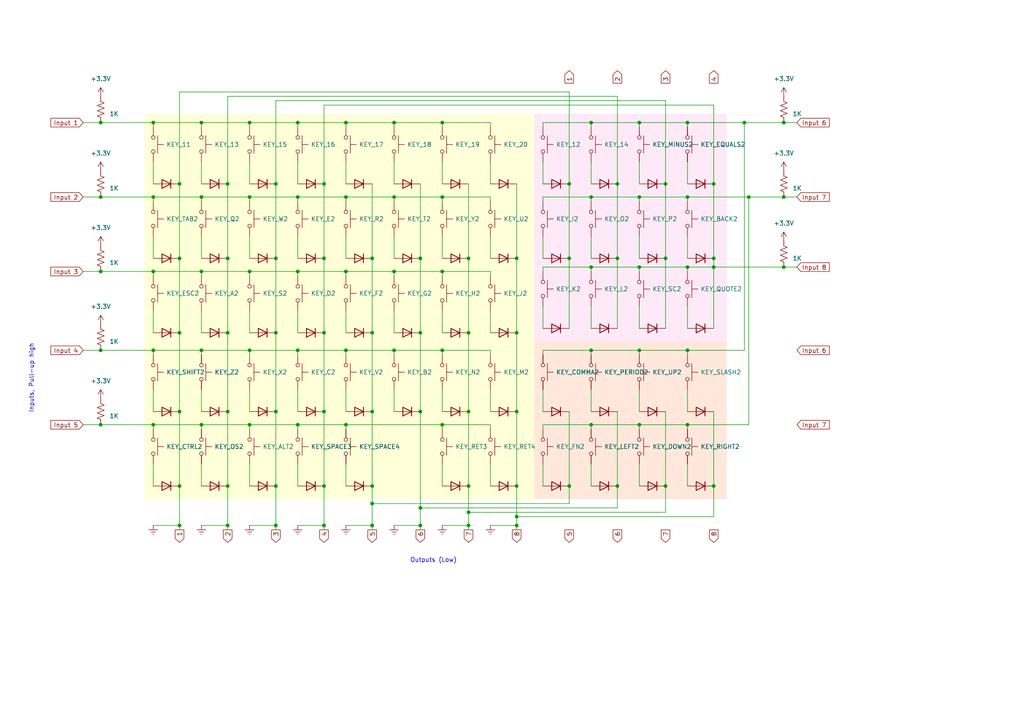
<source format=kicad_sch>
(kicad_sch (version 20250114) (generator "eeschema") (generator_version "9.0")
  (paper "A4")
  (rectangle (start 154.94 33.02) (end 210.82 99.06) (stroke (width -0.0001)) (fill (type color) (color 239 32 177 0.1)))
  (rectangle (start 154.94 99.06) (end 210.82 144.78) (stroke (width -0.0001)) (fill (type color) (color 255 106 27 0.16)))
  (rectangle (start 41.91 33.02) (end 154.94 144.78) (stroke (width -0.0001)) (fill (type color) (color 255 253 7 0.16)))
  (text "Inputs, Pull-up high" (at 9.144 109.728 90) (effects (font (size 1.27 1.27))))
  (text "Outputs (Low)" (at 125.73 162.56 0) (effects (font (size 1.27 1.27))))
  (junction (at 149.86 96.52))
  (junction (at 114.3 57.15))
  (junction (at 58.42 35.56))
  (junction (at 107.95 119.38))
  (junction (at 207.01 74.93))
  (junction (at 179.07 53.34))
  (junction (at 80.01 96.52))
  (junction (at 100.33 123.19))
  (junction (at 52.07 96.52))
  (junction (at 29.21 78.74))
  (junction (at 199.39 35.56))
  (junction (at 121.92 74.93))
  (junction (at 185.42 35.56))
  (junction (at 199.39 123.19))
  (junction (at 44.45 101.6))
  (junction (at 72.39 123.19))
  (junction (at 58.42 123.19))
  (junction (at 107.95 146.05))
  (junction (at 114.3 101.6))
  (junction (at 165.1 140.97))
  (junction (at 86.36 123.19))
  (junction (at 128.27 35.56))
  (junction (at 185.42 101.6))
  (junction (at 107.95 152.4))
  (junction (at 199.39 77.47))
  (junction (at 72.39 35.56))
  (junction (at 100.33 101.6))
  (junction (at 185.42 77.47))
  (junction (at 72.39 57.15))
  (junction (at 52.07 53.34))
  (junction (at 135.89 96.52))
  (junction (at 149.86 74.93))
  (junction (at 80.01 152.4))
  (junction (at 135.89 74.93))
  (junction (at 135.89 152.4))
  (junction (at 171.45 35.56))
  (junction (at 128.27 57.15))
  (junction (at 107.95 140.97))
  (junction (at 29.21 35.56))
  (junction (at 66.04 96.52))
  (junction (at 185.42 57.15))
  (junction (at 52.07 74.93))
  (junction (at 80.01 119.38))
  (junction (at 217.17 57.15))
  (junction (at 171.45 123.19))
  (junction (at 114.3 35.56))
  (junction (at 72.39 78.74))
  (junction (at 44.45 123.19))
  (junction (at 149.86 152.4))
  (junction (at 165.1 53.34))
  (junction (at 199.39 57.15))
  (junction (at 135.89 140.97))
  (junction (at 171.45 77.47))
  (junction (at 29.21 101.6))
  (junction (at 107.95 74.93))
  (junction (at 86.36 101.6))
  (junction (at 121.92 96.52))
  (junction (at 72.39 101.6))
  (junction (at 29.21 123.19))
  (junction (at 66.04 74.93))
  (junction (at 165.1 74.93))
  (junction (at 66.04 119.38))
  (junction (at 121.92 119.38))
  (junction (at 58.42 78.74))
  (junction (at 93.98 140.97))
  (junction (at 44.45 78.74))
  (junction (at 193.04 140.97))
  (junction (at 93.98 53.34))
  (junction (at 227.33 57.15))
  (junction (at 179.07 140.97))
  (junction (at 93.98 74.93))
  (junction (at 128.27 101.6))
  (junction (at 227.33 77.47))
  (junction (at 66.04 152.4))
  (junction (at 207.01 140.97))
  (junction (at 52.07 140.97))
  (junction (at 100.33 35.56))
  (junction (at 86.36 35.56))
  (junction (at 185.42 123.19))
  (junction (at 107.95 96.52))
  (junction (at 121.92 152.4))
  (junction (at 171.45 101.6))
  (junction (at 100.33 57.15))
  (junction (at 44.45 57.15))
  (junction (at 193.04 74.93))
  (junction (at 58.42 101.6))
  (junction (at 52.07 152.4))
  (junction (at 215.9 35.56))
  (junction (at 86.36 78.74))
  (junction (at 93.98 96.52))
  (junction (at 100.33 78.74))
  (junction (at 66.04 140.97))
  (junction (at 207.01 53.34))
  (junction (at 149.86 140.97))
  (junction (at 80.01 74.93))
  (junction (at 135.89 148.59))
  (junction (at 114.3 78.74))
  (junction (at 149.86 119.38))
  (junction (at 149.86 149.86))
  (junction (at 179.07 74.93))
  (junction (at 199.39 101.6))
  (junction (at 29.21 57.15))
  (junction (at 207.01 77.47))
  (junction (at 93.98 152.4))
  (junction (at 135.89 119.38))
  (junction (at 171.45 57.15))
  (junction (at 193.04 53.34))
  (junction (at 128.27 123.19))
  (junction (at 80.01 140.97))
  (junction (at 80.01 53.34))
  (junction (at 128.27 78.74))
  (junction (at 93.98 119.38))
  (junction (at 52.07 119.38))
  (junction (at 86.36 57.15))
  (junction (at 121.92 147.32))
  (junction (at 227.33 35.56))
  (junction (at 58.42 57.15))
  (junction (at 66.04 53.34))
  (junction (at 44.45 35.56))
  (wire (pts (xy 58.42 102.87) (xy 58.42 101.6)))
  (wire (pts (xy 157.48 123.19) (xy 171.45 123.19)))
  (wire (pts (xy 193.04 53.34) (xy 193.04 74.93)))
  (wire (pts (xy 114.3 74.93) (xy 114.3 68.58)))
  (wire (pts (xy 72.39 101.6) (xy 86.36 101.6)))
  (wire (pts (xy 58.42 96.52) (xy 58.42 90.17)))
  (wire (pts (xy 165.1 140.97) (xy 165.1 146.05)))
  (wire (pts (xy 114.3 35.56) (xy 128.27 35.56)))
  (wire (pts (xy 93.98 119.38) (xy 93.98 96.52)))
  (wire (pts (xy 72.39 80.01) (xy 72.39 78.74)))
  (wire (pts (xy 93.98 140.97) (xy 93.98 119.38)))
  (wire (pts (xy 100.33 101.6) (xy 114.3 101.6)))
  (wire (pts (xy 29.21 123.19) (xy 44.45 123.19)))
  (wire (pts (xy 100.33 36.83) (xy 100.33 35.56)))
  (wire (pts (xy 185.42 101.6) (xy 199.39 101.6)))
  (wire (pts (xy 86.36 124.46) (xy 86.36 123.19)))
  (wire (pts (xy 29.21 35.56) (xy 44.45 35.56)))
  (wire (pts (xy 149.86 153.67) (xy 149.86 152.4)))
  (wire (pts (xy 44.45 35.56) (xy 58.42 35.56)))
  (wire (pts (xy 100.33 119.38) (xy 100.33 113.03)))
  (wire (pts (xy 128.27 78.74) (xy 142.24 78.74)))
  (wire (pts (xy 58.42 101.6) (xy 72.39 101.6)))
  (wire (pts (xy 185.42 78.74) (xy 185.42 77.47)))
  (wire (pts (xy 199.39 101.6) (xy 215.9 101.6)))
  (wire (pts (xy 171.45 124.46) (xy 171.45 123.19)))
  (wire (pts (xy 142.24 102.87) (xy 142.24 101.6)))
  (wire (pts (xy 171.45 57.15) (xy 157.48 57.15)))
  (wire (pts (xy 52.07 153.67) (xy 52.07 152.4)))
  (wire (pts (xy 114.3 36.83) (xy 114.3 35.56)))
  (wire (pts (xy 185.42 140.97) (xy 185.42 134.62)))
  (wire (pts (xy 149.86 74.93) (xy 149.86 96.52)))
  (wire (pts (xy 29.21 78.74) (xy 44.45 78.74)))
  (wire (pts (xy 207.01 77.47) (xy 227.33 77.47)))
  (wire (pts (xy 165.1 26.67) (xy 52.07 26.67)))
  (wire (pts (xy 157.48 134.62) (xy 157.48 140.97)))
  (wire (pts (xy 193.04 140.97) (xy 193.04 148.59)))
  (wire (pts (xy 58.42 35.56) (xy 72.39 35.56)))
  (wire (pts (xy 52.07 26.67) (xy 52.07 53.34)))
  (wire (pts (xy 86.36 58.42) (xy 86.36 57.15)))
  (wire (pts (xy 193.04 148.59) (xy 135.89 148.59)))
  (wire (pts (xy 72.39 140.97) (xy 72.39 134.62)))
  (wire (pts (xy 100.33 152.4) (xy 107.95 152.4)))
  (wire (pts (xy 72.39 53.34) (xy 72.39 46.99)))
  (wire (pts (xy 135.89 96.52) (xy 135.89 74.93)))
  (wire (pts (xy 44.45 102.87) (xy 44.45 101.6)))
  (wire (pts (xy 171.45 101.6) (xy 185.42 101.6)))
  (wire (pts (xy 217.17 123.19) (xy 217.17 57.15)))
  (wire (pts (xy 107.95 146.05) (xy 107.95 140.97)))
  (wire (pts (xy 199.39 57.15) (xy 217.17 57.15)))
  (wire (pts (xy 24.13 35.56) (xy 29.21 35.56)))
  (wire (pts (xy 142.24 58.42) (xy 142.24 57.15)))
  (wire (pts (xy 100.33 58.42) (xy 100.33 57.15)))
  (wire (pts (xy 199.39 95.25) (xy 199.39 88.9)))
  (wire (pts (xy 128.27 58.42) (xy 128.27 57.15)))
  (wire (pts (xy 199.39 123.19) (xy 217.17 123.19)))
  (wire (pts (xy 107.95 153.67) (xy 107.95 152.4)))
  (wire (pts (xy 44.45 36.83) (xy 44.45 35.56)))
  (wire (pts (xy 171.45 78.74) (xy 171.45 77.47)))
  (wire (pts (xy 231.14 77.47) (xy 227.33 77.47)))
  (wire (pts (xy 171.45 95.25) (xy 171.45 88.9)))
  (wire (pts (xy 58.42 57.15) (xy 72.39 57.15)))
  (wire (pts (xy 193.04 74.93) (xy 193.04 95.25)))
  (wire (pts (xy 52.07 140.97) (xy 52.07 152.4)))
  (wire (pts (xy 128.27 96.52) (xy 128.27 90.17)))
  (wire (pts (xy 80.01 119.38) (xy 80.01 96.52)))
  (wire (pts (xy 128.27 35.56) (xy 142.24 35.56)))
  (wire (pts (xy 157.48 113.03) (xy 157.48 119.38)))
  (wire (pts (xy 58.42 80.01) (xy 58.42 78.74)))
  (wire (pts (xy 80.01 153.67) (xy 80.01 152.4)))
  (wire (pts (xy 171.45 140.97) (xy 171.45 134.62)))
  (wire (pts (xy 207.01 53.34) (xy 207.01 74.93)))
  (wire (pts (xy 72.39 35.56) (xy 86.36 35.56)))
  (wire (pts (xy 93.98 153.67) (xy 93.98 152.4)))
  (wire (pts (xy 86.36 101.6) (xy 100.33 101.6)))
  (wire (pts (xy 86.36 102.87) (xy 86.36 101.6)))
  (wire (pts (xy 128.27 123.19) (xy 142.24 123.19)))
  (wire (pts (xy 157.48 74.93) (xy 157.48 68.58)))
  (wire (pts (xy 128.27 36.83) (xy 128.27 35.56)))
  (wire (pts (xy 179.07 147.32) (xy 121.92 147.32)))
  (wire (pts (xy 66.04 27.94) (xy 179.07 27.94)))
  (wire (pts (xy 66.04 27.94) (xy 66.04 53.34)))
  (wire (pts (xy 107.95 146.05) (xy 107.95 152.4)))
  (wire (pts (xy 86.36 140.97) (xy 86.36 134.62)))
  (wire (pts (xy 86.36 53.34) (xy 86.36 46.99)))
  (wire (pts (xy 86.36 74.93) (xy 86.36 68.58)))
  (wire (pts (xy 72.39 74.93) (xy 72.39 68.58)))
  (wire (pts (xy 58.42 58.42) (xy 58.42 57.15)))
  (wire (pts (xy 66.04 140.97) (xy 66.04 152.4)))
  (wire (pts (xy 100.33 35.56) (xy 114.3 35.56)))
  (wire (pts (xy 135.89 148.59) (xy 135.89 140.97)))
  (wire (pts (xy 114.3 57.15) (xy 128.27 57.15)))
  (wire (pts (xy 193.04 119.38) (xy 193.04 140.97)))
  (wire (pts (xy 86.36 123.19) (xy 100.33 123.19)))
  (wire (pts (xy 72.39 123.19) (xy 86.36 123.19)))
  (wire (pts (xy 128.27 102.87) (xy 128.27 101.6)))
  (wire (pts (xy 107.95 119.38) (xy 107.95 96.52)))
  (wire (pts (xy 44.45 101.6) (xy 58.42 101.6)))
  (wire (pts (xy 199.39 78.74) (xy 199.39 77.47)))
  (wire (pts (xy 199.39 35.56) (xy 215.9 35.56)))
  (wire (pts (xy 157.48 101.6) (xy 157.48 102.87)))
  (wire (pts (xy 171.45 36.83) (xy 171.45 35.56)))
  (wire (pts (xy 114.3 96.52) (xy 114.3 90.17)))
  (wire (pts (xy 185.42 35.56) (xy 171.45 35.56)))
  (wire (pts (xy 100.33 74.93) (xy 100.33 68.58)))
  (wire (pts (xy 128.27 140.97) (xy 128.27 134.62)))
  (wire (pts (xy 171.45 74.93) (xy 171.45 68.58)))
  (wire (pts (xy 185.42 53.34) (xy 185.42 46.99)))
  (wire (pts (xy 100.33 53.34) (xy 100.33 46.99)))
  (wire (pts (xy 86.36 36.83) (xy 86.36 35.56)))
  (wire (pts (xy 199.39 140.97) (xy 199.39 134.62)))
  (wire (pts (xy 128.27 57.15) (xy 142.24 57.15)))
  (wire (pts (xy 128.27 124.46) (xy 128.27 123.19)))
  (wire (pts (xy 86.36 80.01) (xy 86.36 78.74)))
  (wire (pts (xy 193.04 29.21) (xy 193.04 53.34)))
  (wire (pts (xy 24.13 123.19) (xy 29.21 123.19)))
  (wire (pts (xy 185.42 95.25) (xy 185.42 88.9)))
  (wire (pts (xy 142.24 119.38) (xy 142.24 113.03)))
  (wire (pts (xy 107.95 74.93) (xy 107.95 96.52)))
  (wire (pts (xy 44.45 57.15) (xy 58.42 57.15)))
  (wire (pts (xy 207.01 77.47) (xy 199.39 77.47)))
  (wire (pts (xy 80.01 140.97) (xy 80.01 152.4)))
  (wire (pts (xy 100.33 80.01) (xy 100.33 78.74)))
  (wire (pts (xy 157.48 58.42) (xy 157.48 57.15)))
  (wire (pts (xy 114.3 119.38) (xy 114.3 113.03)))
  (wire (pts (xy 135.89 148.59) (xy 135.89 152.4)))
  (wire (pts (xy 217.17 57.15) (xy 227.33 57.15)))
  (wire (pts (xy 58.42 74.93) (xy 58.42 68.58)))
  (wire (pts (xy 44.45 74.93) (xy 44.45 68.58)))
  (wire (pts (xy 66.04 74.93) (xy 66.04 96.52)))
  (wire (pts (xy 58.42 119.38) (xy 58.42 113.03)))
  (wire (pts (xy 171.45 119.38) (xy 171.45 113.03)))
  (wire (pts (xy 121.92 147.32) (xy 121.92 152.4)))
  (wire (pts (xy 114.3 152.4) (xy 121.92 152.4)))
  (wire (pts (xy 199.39 58.42) (xy 199.39 57.15)))
  (wire (pts (xy 135.89 153.67) (xy 135.89 152.4)))
  (wire (pts (xy 58.42 78.74) (xy 72.39 78.74)))
  (wire (pts (xy 199.39 102.87) (xy 199.39 101.6)))
  (wire (pts (xy 185.42 74.93) (xy 185.42 68.58)))
  (wire (pts (xy 128.27 119.38) (xy 128.27 113.03)))
  (wire (pts (xy 114.3 101.6) (xy 128.27 101.6)))
  (wire (pts (xy 72.39 57.15) (xy 86.36 57.15)))
  (wire (pts (xy 86.36 96.52) (xy 86.36 90.17)))
  (wire (pts (xy 44.45 96.52) (xy 44.45 90.17)))
  (wire (pts (xy 93.98 30.48) (xy 207.01 30.48)))
  (wire (pts (xy 44.45 152.4) (xy 52.07 152.4)))
  (wire (pts (xy 157.48 53.34) (xy 157.48 46.99)))
  (wire (pts (xy 157.48 36.83) (xy 157.48 35.56)))
  (wire (pts (xy 44.45 78.74) (xy 58.42 78.74)))
  (wire (pts (xy 157.48 78.74) (xy 157.48 77.47)))
  (wire (pts (xy 86.36 78.74) (xy 100.33 78.74)))
  (wire (pts (xy 199.39 74.93) (xy 199.39 68.58)))
  (wire (pts (xy 142.24 53.34) (xy 142.24 46.99)))
  (wire (pts (xy 44.45 80.01) (xy 44.45 78.74)))
  (wire (pts (xy 121.92 153.67) (xy 121.92 152.4)))
  (wire (pts (xy 185.42 58.42) (xy 185.42 57.15)))
  (wire (pts (xy 107.95 53.34) (xy 107.95 74.93)))
  (wire (pts (xy 58.42 152.4) (xy 66.04 152.4)))
  (wire (pts (xy 72.39 124.46) (xy 72.39 123.19)))
  (wire (pts (xy 142.24 152.4) (xy 149.86 152.4)))
  (wire (pts (xy 58.42 123.19) (xy 72.39 123.19)))
  (wire (pts (xy 185.42 123.19) (xy 199.39 123.19)))
  (wire (pts (xy 114.3 102.87) (xy 114.3 101.6)))
  (wire (pts (xy 72.39 58.42) (xy 72.39 57.15)))
  (wire (pts (xy 29.21 101.6) (xy 44.45 101.6)))
  (wire (pts (xy 121.92 74.93) (xy 121.92 96.52)))
  (wire (pts (xy 171.45 77.47) (xy 157.48 77.47)))
  (wire (pts (xy 44.45 124.46) (xy 44.45 123.19)))
  (wire (pts (xy 72.39 119.38) (xy 72.39 113.03)))
  (wire (pts (xy 207.01 119.38) (xy 207.01 140.97)))
  (wire (pts (xy 24.13 101.6) (xy 29.21 101.6)))
  (wire (pts (xy 135.89 74.93) (xy 135.89 53.34)))
  (wire (pts (xy 165.1 119.38) (xy 165.1 140.97)))
  (wire (pts (xy 199.39 57.15) (xy 185.42 57.15)))
  (wire (pts (xy 44.45 58.42) (xy 44.45 57.15)))
  (wire (pts (xy 149.86 149.86) (xy 149.86 152.4)))
  (wire (pts (xy 72.39 102.87) (xy 72.39 101.6)))
  (wire (pts (xy 86.36 35.56) (xy 100.33 35.56)))
  (wire (pts (xy 58.42 36.83) (xy 58.42 35.56)))
  (wire (pts (xy 171.45 53.34) (xy 171.45 46.99)))
  (wire (pts (xy 80.01 74.93) (xy 80.01 96.52)))
  (wire (pts (xy 100.33 124.46) (xy 100.33 123.19)))
  (wire (pts (xy 135.89 119.38) (xy 135.89 96.52)))
  (wire (pts (xy 142.24 124.46) (xy 142.24 123.19)))
  (wire (pts (xy 52.07 74.93) (xy 52.07 96.52)))
  (wire (pts (xy 114.3 78.74) (xy 128.27 78.74)))
  (wire (pts (xy 114.3 80.01) (xy 114.3 78.74)))
  (wire (pts (xy 72.39 152.4) (xy 80.01 152.4)))
  (wire (pts (xy 185.42 36.83) (xy 185.42 35.56)))
  (wire (pts (xy 86.36 119.38) (xy 86.36 113.03)))
  (wire (pts (xy 185.42 57.15) (xy 171.45 57.15)))
  (wire (pts (xy 199.39 124.46) (xy 199.39 123.19)))
  (wire (pts (xy 58.42 124.46) (xy 58.42 123.19)))
  (wire (pts (xy 171.45 35.56) (xy 157.48 35.56)))
  (wire (pts (xy 157.48 95.25) (xy 157.48 88.9)))
  (wire (pts (xy 128.27 152.4) (xy 135.89 152.4)))
  (wire (pts (xy 207.01 149.86) (xy 149.86 149.86)))
  (wire (pts (xy 207.01 77.47) (xy 207.01 95.25)))
  (wire (pts (xy 100.33 78.74) (xy 114.3 78.74)))
  (wire (pts (xy 93.98 53.34) (xy 93.98 74.93)))
  (wire (pts (xy 199.39 77.47) (xy 185.42 77.47)))
  (wire (pts (xy 100.33 140.97) (xy 100.33 134.62)))
  (wire (pts (xy 44.45 123.19) (xy 58.42 123.19)))
  (wire (pts (xy 149.86 53.34) (xy 149.86 74.93)))
  (wire (pts (xy 185.42 119.38) (xy 185.42 113.03)))
  (wire (pts (xy 179.07 119.38) (xy 179.07 140.97)))
  (wire (pts (xy 86.36 57.15) (xy 100.33 57.15)))
  (wire (pts (xy 215.9 35.56) (xy 227.33 35.56)))
  (wire (pts (xy 114.3 58.42) (xy 114.3 57.15)))
  (wire (pts (xy 72.39 78.74) (xy 86.36 78.74)))
  (wire (pts (xy 24.13 78.74) (xy 29.21 78.74)))
  (wire (pts (xy 135.89 119.38) (xy 135.89 140.97)))
  (wire (pts (xy 29.21 57.15) (xy 44.45 57.15)))
  (wire (pts (xy 171.45 58.42) (xy 171.45 57.15)))
  (wire (pts (xy 128.27 53.34) (xy 128.27 46.99)))
  (wire (pts (xy 215.9 101.6) (xy 215.9 35.56)))
  (wire (pts (xy 100.33 102.87) (xy 100.33 101.6)))
  (wire (pts (xy 66.04 140.97) (xy 66.04 119.38)))
  (wire (pts (xy 231.14 35.56) (xy 227.33 35.56)))
  (wire (pts (xy 171.45 123.19) (xy 185.42 123.19)))
  (wire (pts (xy 207.01 30.48) (xy 207.01 53.34)))
  (wire (pts (xy 93.98 96.52) (xy 93.98 74.93)))
  (wire (pts (xy 165.1 146.05) (xy 107.95 146.05)))
  (wire (pts (xy 142.24 140.97) (xy 142.24 134.62)))
  (wire (pts (xy 66.04 53.34) (xy 66.04 74.93)))
  (wire (pts (xy 86.36 152.4) (xy 93.98 152.4)))
  (wire (pts (xy 66.04 153.67) (xy 66.04 152.4)))
  (wire (pts (xy 157.48 123.19) (xy 157.48 124.46)))
  (wire (pts (xy 121.92 119.38) (xy 121.92 147.32)))
  (wire (pts (xy 199.39 36.83) (xy 199.39 35.56)))
  (wire (pts (xy 207.01 74.93) (xy 207.01 77.47)))
  (wire (pts (xy 100.33 123.19) (xy 128.27 123.19)))
  (wire (pts (xy 80.01 74.93) (xy 80.01 53.34)))
  (wire (pts (xy 142.24 80.01) (xy 142.24 78.74)))
  (wire (pts (xy 207.01 140.97) (xy 207.01 149.86)))
  (wire (pts (xy 171.45 101.6) (xy 171.45 102.87)))
  (wire (pts (xy 80.01 119.38) (xy 80.01 140.97)))
  (wire (pts (xy 171.45 77.47) (xy 185.42 77.47)))
  (wire (pts (xy 52.07 140.97) (xy 52.07 119.38)))
  (wire (pts (xy 199.39 53.34) (xy 199.39 46.99)))
  (wire (pts (xy 179.07 74.93) (xy 179.07 95.25)))
  (wire (pts (xy 44.45 53.34) (xy 44.45 46.99)))
  (wire (pts (xy 58.42 140.97) (xy 58.42 134.62)))
  (wire (pts (xy 114.3 53.34) (xy 114.3 46.99)))
  (wire (pts (xy 44.45 119.38) (xy 44.45 113.03)))
  (wire (pts (xy 52.07 119.38) (xy 52.07 96.52)))
  (wire (pts (xy 149.86 119.38) (xy 149.86 140.97)))
  (wire (pts (xy 165.1 53.34) (xy 165.1 74.93)))
  (wire (pts (xy 66.04 96.52) (xy 66.04 119.38)))
  (wire (pts (xy 121.92 96.52) (xy 121.92 119.38)))
  (wire (pts (xy 80.01 29.21) (xy 193.04 29.21)))
  (wire (pts (xy 80.01 53.34) (xy 80.01 29.21)))
  (wire (pts (xy 142.24 74.93) (xy 142.24 68.58)))
  (wire (pts (xy 128.27 74.93) (xy 128.27 68.58)))
  (wire (pts (xy 165.1 74.93) (xy 165.1 95.25)))
  (wire (pts (xy 107.95 140.97) (xy 107.95 119.38)))
  (wire (pts (xy 149.86 149.86) (xy 149.86 140.97)))
  (wire (pts (xy 179.07 53.34) (xy 179.07 74.93)))
  (wire (pts (xy 185.42 101.6) (xy 185.42 102.87)))
  (wire (pts (xy 231.14 57.15) (xy 227.33 57.15)))
  (wire (pts (xy 93.98 30.48) (xy 93.98 53.34)))
  (wire (pts (xy 93.98 140.97) (xy 93.98 152.4)))
  (wire (pts (xy 149.86 96.52) (xy 149.86 119.38)))
  (wire (pts (xy 128.27 80.01) (xy 128.27 78.74)))
  (wire (pts (xy 165.1 26.67) (xy 165.1 53.34)))
  (wire (pts (xy 121.92 53.34) (xy 121.92 74.93)))
  (wire (pts (xy 142.24 96.52) (xy 142.24 90.17)))
  (wire (pts (xy 157.48 101.6) (xy 171.45 101.6)))
  (wire (pts (xy 179.07 140.97) (xy 179.07 147.32)))
  (wire (pts (xy 128.27 101.6) (xy 142.24 101.6)))
  (wire (pts (xy 44.45 140.97) (xy 44.45 134.62)))
  (wire (pts (xy 199.39 119.38) (xy 199.39 113.03)))
  (wire (pts (xy 100.33 96.52) (xy 100.33 90.17)))
  (wire (pts (xy 199.39 35.56) (xy 185.42 35.56)))
  (wire (pts (xy 58.42 53.34) (xy 58.42 46.99)))
  (wire (pts (xy 72.39 36.83) (xy 72.39 35.56)))
  (wire (pts (xy 185.42 124.46) (xy 185.42 123.19)))
  (wire (pts (xy 72.39 96.52) (xy 72.39 90.17)))
  (wire (pts (xy 52.07 74.93) (xy 52.07 53.34)))
  (wire (pts (xy 142.24 36.83) (xy 142.24 35.56)))
  (wire (pts (xy 24.13 57.15) (xy 29.21 57.15)))
  (wire (pts (xy 100.33 57.15) (xy 114.3 57.15)))
  (wire (pts (xy 179.07 27.94) (xy 179.07 53.34)))
  (global_label "Input 6" (shape input) (at 231.14 35.56 0) (property "Intersheetrefs" "${INTERSHEET_REFS}" (effects (hide yes))))
  (global_label "Input 5" (shape input) (at 24.13 123.19 180) (property "Intersheetrefs" "${INTERSHEET_REFS}" (effects (hide yes))))
  (global_label "Input 7" (shape input) (at 231.14 57.15 0) (property "Intersheetrefs" "${INTERSHEET_REFS}" (effects (hide yes))))
  (global_label "5" (shape output) (at 107.95 153.67 270) (property "Intersheetrefs" "${INTERSHEET_REFS}" (effects (hide yes))))
  (global_label "Input 2" (shape input) (at 24.13 57.15 180) (property "Intersheetrefs" "${INTERSHEET_REFS}" (effects (hide yes))))
  (global_label "1" (shape output) (at 52.07 153.67 270) (property "Intersheetrefs" "${INTERSHEET_REFS}" (effects (hide yes))))
  (global_label "Input 4" (shape input) (at 24.13 101.6 180) (property "Intersheetrefs" "${INTERSHEET_REFS}" (effects (hide yes))))
  (global_label "Input 8" (shape input) (at 231.14 77.47 0) (property "Intersheetrefs" "${INTERSHEET_REFS}" (effects (hide yes))))
  (global_label "8" (shape output) (at 207.01 153.67 270) (property "Intersheetrefs" "${INTERSHEET_REFS}" (effects (hide yes))))
  (global_label "6" (shape output) (at 179.07 153.67 270) (property "Intersheetrefs" "${INTERSHEET_REFS}" (effects (hide yes))))
  (global_label "1" (shape output) (at 165.1 24.13 90) (property "Intersheetrefs" "${INTERSHEET_REFS}" (effects (hide yes))))
  (global_label "Input 1" (shape input) (at 24.13 35.56 180) (property "Intersheetrefs" "${INTERSHEET_REFS}" (effects (hide yes))))
  (global_label "7" (shape output) (at 135.89 153.67 270) (property "Intersheetrefs" "${INTERSHEET_REFS}" (effects (hide yes))))
  (global_label "3" (shape output) (at 80.01 153.67 270) (property "Intersheetrefs" "${INTERSHEET_REFS}" (effects (hide yes))))
  (global_label "8" (shape output) (at 149.86 153.67 270) (property "Intersheetrefs" "${INTERSHEET_REFS}" (effects (hide yes))))
  (global_label "2" (shape output) (at 66.04 153.67 270) (property "Intersheetrefs" "${INTERSHEET_REFS}" (effects (hide yes))))
  (global_label "4" (shape output) (at 93.98 153.67 270) (property "Intersheetrefs" "${INTERSHEET_REFS}" (effects (hide yes))))
  (global_label "5" (shape output) (at 165.1 153.67 270) (property "Intersheetrefs" "${INTERSHEET_REFS}" (effects (hide yes))))
  (global_label "6" (shape output) (at 121.92 153.67 270) (property "Intersheetrefs" "${INTERSHEET_REFS}" (effects (hide yes))))
  (global_label "3" (shape output) (at 193.04 24.13 90) (property "Intersheetrefs" "${INTERSHEET_REFS}" (effects (hide yes))))
  (global_label "7" (shape output) (at 193.04 153.67 270) (property "Intersheetrefs" "${INTERSHEET_REFS}" (effects (hide yes))))
  (global_label "Input 7" (shape input) (at 231.14 123.19 0) (property "Intersheetrefs" "${INTERSHEET_REFS}" (effects (hide yes))))
  (global_label "Input 3" (shape input) (at 24.13 78.74 180) (property "Intersheetrefs" "${INTERSHEET_REFS}" (effects (hide yes))))
  (global_label "Input 6" (shape input) (at 231.14 101.6 0) (property "Intersheetrefs" "${INTERSHEET_REFS}" (effects (hide yes))))
  (global_label "2" (shape output) (at 179.07 24.13 90) (property "Intersheetrefs" "${INTERSHEET_REFS}" (effects (hide yes))))
  (global_label "4" (shape output) (at 207.01 24.13 90) (property "Intersheetrefs" "${INTERSHEET_REFS}" (effects (hide yes))))
  (symbol (lib_id "Device:D") (at 76.2 140.97 180) (unit 1)
    (property "Reference" "D85" (effects (hide yes)))
    (property "Value" "D" (effects (hide yes)))
    (property "Description" "Diode" (effects (hide yes)))
    (property "Sim.Device" "D" (effects (hide yes)))
    (property "Sim.Pins" "1=K 2=A" (effects (hide yes)))
  )
  (symbol (lib_id "Device:D") (at 203.2 119.38 180) (unit 1)
    (property "Reference" "D126" (effects (hide yes)))
    (property "Value" "D" (effects (hide yes)))
    (property "Description" "Diode" (effects (hide yes)))
    (property "Sim.Device" "D" (effects (hide yes)))
    (property "Sim.Pins" "1=K 2=A" (effects (hide yes)))
  )
  (symbol (lib_id "power:+3.3V") (at 227.33 27.94 0) (unit 1)
    (property "Reference" "#PWR022" (effects (hide yes)))
    (property "Value" "+3.3V" (at 227.33 22.86 0))
    (property "Description" "Power symbol creates a global label with name \"+3.3V\"" (effects (hide yes)))
  )
  (symbol (lib_id "Device:R_US") (at 29.21 53.34 0) (unit 1)
    (property "Reference" "Pull-Up10" (effects (hide yes)))
    (property "Value" "1K" (at 31.75 54.6099 0) (effects (justify left)))
    (property "Description" "Resistor, US symbol" (effects (hide yes)))
  )
  (symbol (lib_id "Switch:SW_Push") (at 114.3 85.09 270) (unit 1)
    (property "Reference" "KEY_G2" (at 118.11 85.0899 90) (effects (justify left)))
    (property "Value" "SW_Push" (effects (hide yes)))
    (property "Description" "Push button switch, generic, two pins" (effects (hide yes)))
  )
  (symbol (lib_id "power:+3.3V") (at 29.21 115.57 0) (unit 1)
    (property "Reference" "#PWR021" (effects (hide yes)))
    (property "Value" "+3.3V" (at 29.21 110.49 0))
    (property "Description" "Power symbol creates a global label with name \"+3.3V\"" (effects (hide yes)))
  )
  (symbol (lib_id "Switch:SW_Push") (at 100.33 63.5 270) (unit 1)
    (property "Reference" "KEY_R2" (at 104.14 63.4999 90) (effects (justify left)))
    (property "Value" "SW_Push" (effects (hide yes)))
    (property "Description" "Push button switch, generic, two pins" (effects (hide yes)))
  )
  (symbol (lib_id "Device:R_US") (at 29.21 119.38 0) (unit 1)
    (property "Reference" "Pull-Up13" (effects (hide yes)))
    (property "Value" "1K" (at 31.75 120.6499 0) (effects (justify left)))
    (property "Description" "Resistor, US symbol" (effects (hide yes)))
  )
  (symbol (lib_id "Device:D") (at 48.26 96.52 180) (unit 1)
    (property "Reference" "D67" (effects (hide yes)))
    (property "Value" "D" (effects (hide yes)))
    (property "Description" "Diode" (effects (hide yes)))
    (property "Sim.Device" "D" (effects (hide yes)))
    (property "Sim.Pins" "1=K 2=A" (effects (hide yes)))
  )
  (symbol (lib_id "Device:D") (at 104.14 119.38 180) (unit 1)
    (property "Reference" "D100" (effects (hide yes)))
    (property "Value" "D" (effects (hide yes)))
    (property "Description" "Diode" (effects (hide yes)))
    (property "Sim.Device" "D" (effects (hide yes)))
    (property "Sim.Pins" "1=K 2=A" (effects (hide yes)))
  )
  (symbol (lib_id "Device:D") (at 189.23 140.97 180) (unit 1)
    (property "Reference" "D119" (effects (hide yes)))
    (property "Value" "D" (effects (hide yes)))
    (property "Description" "Diode" (effects (hide yes)))
    (property "Sim.Device" "D" (effects (hide yes)))
    (property "Sim.Pins" "1=K 2=A" (effects (hide yes)))
  )
  (symbol (lib_id "Switch:SW_Push") (at 171.45 83.82 270) (unit 1)
    (property "Reference" "KEY_L2" (at 175.26 83.8199 90) (effects (justify left)))
    (property "Value" "SW_Push" (effects (hide yes)))
    (property "Description" "Push button switch, generic, two pins" (effects (hide yes)))
  )
  (symbol (lib_id "Device:D") (at 203.2 53.34 180) (unit 1)
    (property "Reference" "D94" (effects (hide yes)))
    (property "Value" "D" (effects (hide yes)))
    (property "Description" "Diode" (effects (hide yes)))
    (property "Sim.Device" "D" (effects (hide yes)))
    (property "Sim.Pins" "1=K 2=A" (effects (hide yes)))
  )
  (symbol (lib_id "Device:D") (at 146.05 119.38 180) (unit 1)
    (property "Reference" "D124" (effects (hide yes)))
    (property "Value" "D" (effects (hide yes)))
    (property "Description" "Diode" (effects (hide yes)))
    (property "Sim.Device" "D" (effects (hide yes)))
    (property "Sim.Pins" "1=K 2=A" (effects (hide yes)))
  )
  (symbol (lib_id "Switch:SW_Push") (at 86.36 63.5 270) (unit 1)
    (property "Reference" "KEY_E2" (at 90.17 63.4999 90) (effects (justify left)))
    (property "Value" "SW_Push" (effects (hide yes)))
    (property "Description" "Push button switch, generic, two pins" (effects (hide yes)))
  )
  (symbol (lib_id "Device:D") (at 203.2 74.93 180) (unit 1)
    (property "Reference" "D95" (effects (hide yes)))
    (property "Value" "D" (effects (hide yes)))
    (property "Description" "Diode" (effects (hide yes)))
    (property "Sim.Device" "D" (effects (hide yes)))
    (property "Sim.Pins" "1=K 2=A" (effects (hide yes)))
  )
  (symbol (lib_id "Device:D") (at 90.17 119.38 180) (unit 1)
    (property "Reference" "D92" (effects (hide yes)))
    (property "Value" "D" (effects (hide yes)))
    (property "Description" "Diode" (effects (hide yes)))
    (property "Sim.Device" "D" (effects (hide yes)))
    (property "Sim.Pins" "1=K 2=A" (effects (hide yes)))
  )
  (symbol (lib_id "Switch:SW_Push") (at 58.42 85.09 270) (unit 1)
    (property "Reference" "KEY_A2" (at 62.23 85.0899 90) (effects (justify left)))
    (property "Value" "SW_Push" (effects (hide yes)))
    (property "Description" "Push button switch, generic, two pins" (effects (hide yes)))
  )
  (symbol (lib_id "Switch:SW_Push") (at 72.39 107.95 270) (unit 1)
    (property "Reference" "KEY_X2" (at 76.2 107.9499 90) (effects (justify left)))
    (property "Value" "SW_Push" (effects (hide yes)))
    (property "Description" "Push button switch, generic, two pins" (effects (hide yes)))
  )
  (symbol (lib_id "Switch:SW_Push") (at 157.48 129.54 270) (unit 1)
    (property "Reference" "KEY_FN2" (at 161.29 129.5399 90) (effects (justify left)))
    (property "Value" "SW_Push" (effects (hide yes)))
    (property "Description" "Push button switch, generic, two pins" (effects (hide yes)))
  )
  (symbol (lib_id "Switch:SW_Push") (at 185.42 129.54 270) (unit 1)
    (property "Reference" "KEY_DOWN2" (at 189.23 129.5399 90) (effects (justify left)))
    (property "Value" "SW_Push" (effects (hide yes)))
    (property "Description" "Push button switch, generic, two pins" (effects (hide yes)))
  )
  (symbol (lib_id "Switch:SW_Push") (at 171.45 63.5 270) (unit 1)
    (property "Reference" "KEY_O2" (at 175.26 63.4999 90) (effects (justify left)))
    (property "Value" "SW_Push" (effects (hide yes)))
    (property "Description" "Push button switch, generic, two pins" (effects (hide yes)))
  )
  (symbol (lib_id "Device:D") (at 104.14 140.97 180) (unit 1)
    (property "Reference" "D101" (effects (hide yes)))
    (property "Value" "D" (effects (hide yes)))
    (property "Description" "Diode" (effects (hide yes)))
    (property "Sim.Device" "D" (effects (hide yes)))
    (property "Sim.Pins" "1=K 2=A" (effects (hide yes)))
  )
  (symbol (lib_id "Device:D") (at 175.26 53.34 180) (unit 1)
    (property "Reference" "D78" (effects (hide yes)))
    (property "Value" "D" (effects (hide yes)))
    (property "Description" "Diode" (effects (hide yes)))
    (property "Sim.Device" "D" (effects (hide yes)))
    (property "Sim.Pins" "1=K 2=A" (effects (hide yes)))
  )
  (symbol (lib_id "Switch:SW_Push") (at 100.33 85.09 270) (unit 1)
    (property "Reference" "KEY_F2" (at 104.14 85.0899 90) (effects (justify left)))
    (property "Value" "SW_Push" (effects (hide yes)))
    (property "Description" "Push button switch, generic, two pins" (effects (hide yes)))
  )
  (symbol (lib_id "Device:D") (at 118.11 53.34 180) (unit 1)
    (property "Reference" "D105" (effects (hide yes)))
    (property "Value" "D" (effects (hide yes)))
    (property "Description" "Diode" (effects (hide yes)))
    (property "Sim.Device" "D" (effects (hide yes)))
    (property "Sim.Pins" "1=K 2=A" (effects (hide yes)))
  )
  (symbol (lib_id "Switch:SW_Push") (at 171.45 107.95 270) (unit 1)
    (property "Reference" "KEY_PERIOD2" (at 175.26 107.9499 90) (effects (justify left)))
    (property "Value" "SW_Push" (effects (hide yes)))
    (property "Description" "Push button switch, generic, two pins" (effects (hide yes)))
  )
  (symbol (lib_id "Device:D") (at 161.29 119.38 180) (unit 1)
    (property "Reference" "D102" (effects (hide yes)))
    (property "Value" "D" (effects (hide yes)))
    (property "Description" "Diode" (effects (hide yes)))
    (property "Sim.Device" "D" (effects (hide yes)))
    (property "Sim.Pins" "1=K 2=A" (effects (hide yes)))
  )
  (symbol (lib_id "Switch:SW_Push") (at 72.39 41.91 270) (unit 1)
    (property "Reference" "KEY_15" (at 76.2 41.9099 90) (effects (justify left)))
    (property "Value" "SW_Push" (effects (hide yes)))
    (property "Description" "Push button switch, generic, two pins" (effects (hide yes)))
  )
  (symbol (lib_id "Switch:SW_Push") (at 157.48 83.82 270) (unit 1)
    (property "Reference" "KEY_K2" (at 161.29 83.8199 90) (effects (justify left)))
    (property "Value" "SW_Push" (effects (hide yes)))
    (property "Description" "Push button switch, generic, two pins" (effects (hide yes)))
  )
  (symbol (lib_id "Device:R_US") (at 227.33 73.66 0) (unit 1)
    (property "Reference" "Pull-Up16" (effects (hide yes)))
    (property "Value" "1K" (at 229.87 74.9299 0) (effects (justify left)))
    (property "Description" "Resistor, US symbol" (effects (hide yes)))
  )
  (symbol (lib_id "Switch:SW_Push") (at 142.24 129.54 270) (unit 1)
    (property "Reference" "KEY_RET4" (at 146.05 129.5399 90) (effects (justify left)))
    (property "Value" "SW_Push" (effects (hide yes)))
    (property "Description" "Push button switch, generic, two pins" (effects (hide yes)))
  )
  (symbol (lib_id "Switch:SW_Push") (at 114.3 41.91 270) (unit 1)
    (property "Reference" "KEY_18" (at 118.11 41.9099 90) (effects (justify left)))
    (property "Value" "SW_Push" (effects (hide yes)))
    (property "Description" "Push button switch, generic, two pins" (effects (hide yes)))
  )
  (symbol (lib_id "Switch:SW_Push") (at 199.39 83.82 270) (unit 1)
    (property "Reference" "KEY_QUOTE2" (at 203.2 83.8199 90) (effects (justify left)))
    (property "Value" "SW_Push" (effects (hide yes)))
    (property "Description" "Push button switch, generic, two pins" (effects (hide yes)))
  )
  (symbol (lib_id "Device:D") (at 132.08 74.93 180) (unit 1)
    (property "Reference" "D114" (effects (hide yes)))
    (property "Value" "D" (effects (hide yes)))
    (property "Description" "Diode" (effects (hide yes)))
    (property "Sim.Device" "D" (effects (hide yes)))
    (property "Sim.Pins" "1=K 2=A" (effects (hide yes)))
  )
  (symbol (lib_id "Switch:SW_Push") (at 86.36 129.54 270) (unit 1)
    (property "Reference" "KEY_SPACE3" (at 90.17 129.5399 90) (effects (justify left)))
    (property "Value" "SW_Push" (effects (hide yes)))
    (property "Description" "Push button switch, generic, two pins" (effects (hide yes)))
  )
  (symbol (lib_id "power:+3.3V") (at 29.21 49.53 0) (unit 1)
    (property "Reference" "#PWR018" (effects (hide yes)))
    (property "Value" "+3.3V" (at 29.21 44.45 0))
    (property "Description" "Power symbol creates a global label with name \"+3.3V\"" (effects (hide yes)))
  )
  (symbol (lib_id "Switch:SW_Push") (at 58.42 107.95 270) (unit 1)
    (property "Reference" "KEY_Z2" (at 62.23 107.9499 90) (effects (justify left)))
    (property "Value" "SW_Push" (effects (hide yes)))
    (property "Description" "Push button switch, generic, two pins" (effects (hide yes)))
  )
  (symbol (lib_id "Device:D") (at 146.05 96.52 180) (unit 1)
    (property "Reference" "D123" (effects (hide yes)))
    (property "Value" "D" (effects (hide yes)))
    (property "Description" "Diode" (effects (hide yes)))
    (property "Sim.Device" "D" (effects (hide yes)))
    (property "Sim.Pins" "1=K 2=A" (effects (hide yes)))
  )
  (symbol (lib_id "Switch:SW_Push") (at 142.24 85.09 270) (unit 1)
    (property "Reference" "KEY_J2" (at 146.05 85.0899 90) (effects (justify left)))
    (property "Value" "SW_Push" (effects (hide yes)))
    (property "Description" "Push button switch, generic, two pins" (effects (hide yes)))
  )
  (symbol (lib_id "Device:D") (at 104.14 96.52 180) (unit 1)
    (property "Reference" "D99" (effects (hide yes)))
    (property "Value" "D" (effects (hide yes)))
    (property "Description" "Diode" (effects (hide yes)))
    (property "Sim.Device" "D" (effects (hide yes)))
    (property "Sim.Pins" "1=K 2=A" (effects (hide yes)))
  )
  (symbol (lib_id "Switch:SW_Push") (at 142.24 107.95 270) (unit 1)
    (property "Reference" "KEY_M2" (at 146.05 107.9499 90) (effects (justify left)))
    (property "Value" "SW_Push" (effects (hide yes)))
    (property "Description" "Push button switch, generic, two pins" (effects (hide yes)))
  )
  (symbol (lib_id "Switch:SW_Push") (at 114.3 63.5 270) (unit 1)
    (property "Reference" "KEY_T2" (at 118.11 63.4999 90) (effects (justify left)))
    (property "Value" "SW_Push" (effects (hide yes)))
    (property "Description" "Push button switch, generic, two pins" (effects (hide yes)))
  )
  (symbol (lib_id "Switch:SW_Push") (at 100.33 107.95 270) (unit 1)
    (property "Reference" "KEY_V2" (at 104.14 107.9499 90) (effects (justify left)))
    (property "Value" "SW_Push" (effects (hide yes)))
    (property "Description" "Push button switch, generic, two pins" (effects (hide yes)))
  )
  (symbol (lib_id "Switch:SW_Push") (at 58.42 63.5 270) (unit 1)
    (property "Reference" "KEY_Q2" (at 62.23 63.4999 90) (effects (justify left)))
    (property "Value" "SW_Push" (effects (hide yes)))
    (property "Description" "Push button switch, generic, two pins" (effects (hide yes)))
  )
  (symbol (lib_id "Device:D") (at 48.26 119.38 180) (unit 1)
    (property "Reference" "D68" (effects (hide yes)))
    (property "Value" "D" (effects (hide yes)))
    (property "Description" "Diode" (effects (hide yes)))
    (property "Sim.Device" "D" (effects (hide yes)))
    (property "Sim.Pins" "1=K 2=A" (effects (hide yes)))
  )
  (symbol (lib_id "Device:D") (at 203.2 95.25 180) (unit 1)
    (property "Reference" "D96" (effects (hide yes)))
    (property "Value" "D" (effects (hide yes)))
    (property "Description" "Diode" (effects (hide yes)))
    (property "Sim.Device" "D" (effects (hide yes)))
    (property "Sim.Pins" "1=K 2=A" (effects (hide yes)))
  )
  (symbol (lib_id "Switch:SW_Push") (at 199.39 41.91 270) (unit 1)
    (property "Reference" "KEY_EQUALS2" (at 203.2 41.9099 90) (effects (justify left)))
    (property "Value" "SW_Push" (effects (hide yes)))
    (property "Description" "Push button switch, generic, two pins" (effects (hide yes)))
  )
  (symbol (lib_id "power:GNDREF") (at 100.33 152.4 0) (unit 1)
    (property "Reference" "#PWR029" (effects (hide yes)))
    (property "Value" "GNDREF" (effects (hide yes)))
    (property "Description" "Power symbol creates a global label with name \"GNDREF\" , reference supply ground" (effects (hide yes)))
  )
  (symbol (lib_id "Switch:SW_Push") (at 185.42 63.5 270) (unit 1)
    (property "Reference" "KEY_P2" (at 189.23 63.4999 90) (effects (justify left)))
    (property "Value" "SW_Push" (effects (hide yes)))
    (property "Description" "Push button switch, generic, two pins" (effects (hide yes)))
  )
  (symbol (lib_id "Device:R_US") (at 29.21 31.75 0) (unit 1)
    (property "Reference" "Pull-Up9" (effects (hide yes)))
    (property "Value" "1K" (at 31.75 33.0199 0) (effects (justify left)))
    (property "Description" "Resistor, US symbol" (effects (hide yes)))
  )
  (symbol (lib_id "Device:D") (at 132.08 53.34 180) (unit 1)
    (property "Reference" "D113" (effects (hide yes)))
    (property "Value" "D" (effects (hide yes)))
    (property "Description" "Diode" (effects (hide yes)))
    (property "Sim.Device" "D" (effects (hide yes)))
    (property "Sim.Pins" "1=K 2=A" (effects (hide yes)))
  )
  (symbol (lib_id "Device:D") (at 48.26 53.34 180) (unit 1)
    (property "Reference" "D65" (effects (hide yes)))
    (property "Value" "D" (effects (hide yes)))
    (property "Description" "Diode" (effects (hide yes)))
    (property "Sim.Device" "D" (effects (hide yes)))
    (property "Sim.Pins" "1=K 2=A" (effects (hide yes)))
  )
  (symbol (lib_id "Switch:SW_Push") (at 72.39 63.5 270) (unit 1)
    (property "Reference" "KEY_W2" (at 76.2 63.4999 90) (effects (justify left)))
    (property "Value" "SW_Push" (effects (hide yes)))
    (property "Description" "Push button switch, generic, two pins" (effects (hide yes)))
  )
  (symbol (lib_id "power:GNDREF") (at 44.45 152.4 0) (unit 1)
    (property "Reference" "#PWR025" (effects (hide yes)))
    (property "Value" "GNDREF" (effects (hide yes)))
    (property "Description" "Power symbol creates a global label with name \"GNDREF\" , reference supply ground" (effects (hide yes)))
  )
  (symbol (lib_id "Device:D") (at 48.26 140.97 180) (unit 1)
    (property "Reference" "D69" (effects (hide yes)))
    (property "Value" "D" (effects (hide yes)))
    (property "Description" "Diode" (effects (hide yes)))
    (property "Sim.Device" "D" (effects (hide yes)))
    (property "Sim.Pins" "1=K 2=A" (effects (hide yes)))
  )
  (symbol (lib_id "Device:D") (at 62.23 53.34 180) (unit 1)
    (property "Reference" "D73" (effects (hide yes)))
    (property "Value" "D" (effects (hide yes)))
    (property "Description" "Diode" (effects (hide yes)))
    (property "Sim.Device" "D" (effects (hide yes)))
    (property "Sim.Pins" "1=K 2=A" (effects (hide yes)))
  )
  (symbol (lib_id "Switch:SW_Push") (at 58.42 41.91 270) (unit 1)
    (property "Reference" "KEY_13" (at 62.23 41.9099 90) (effects (justify left)))
    (property "Value" "SW_Push" (effects (hide yes)))
    (property "Description" "Push button switch, generic, two pins" (effects (hide yes)))
  )
  (symbol (lib_id "Switch:SW_Push") (at 128.27 129.54 270) (unit 1)
    (property "Reference" "KEY_RET3" (at 132.08 129.5399 90) (effects (justify left)))
    (property "Value" "SW_Push" (effects (hide yes)))
    (property "Description" "Push button switch, generic, two pins" (effects (hide yes)))
  )
  (symbol (lib_id "power:+3.3V") (at 227.33 49.53 0) (unit 1)
    (property "Reference" "#PWR023" (effects (hide yes)))
    (property "Value" "+3.3V" (at 227.33 44.45 0))
    (property "Description" "Power symbol creates a global label with name \"+3.3V\"" (effects (hide yes)))
  )
  (symbol (lib_id "Device:D") (at 175.26 74.93 180) (unit 1)
    (property "Reference" "D79" (effects (hide yes)))
    (property "Value" "D" (effects (hide yes)))
    (property "Description" "Diode" (effects (hide yes)))
    (property "Sim.Device" "D" (effects (hide yes)))
    (property "Sim.Pins" "1=K 2=A" (effects (hide yes)))
  )
  (symbol (lib_id "Device:D") (at 132.08 140.97 180) (unit 1)
    (property "Reference" "D117" (effects (hide yes)))
    (property "Value" "D" (effects (hide yes)))
    (property "Description" "Diode" (effects (hide yes)))
    (property "Sim.Device" "D" (effects (hide yes)))
    (property "Sim.Pins" "1=K 2=A" (effects (hide yes)))
  )
  (symbol (lib_id "Switch:SW_Push") (at 72.39 129.54 270) (unit 1)
    (property "Reference" "KEY_ALT2" (at 76.2 129.5399 90) (effects (justify left)))
    (property "Value" "SW_Push" (effects (hide yes)))
    (property "Description" "Push button switch, generic, two pins" (effects (hide yes)))
  )
  (symbol (lib_id "Switch:SW_Push") (at 44.45 107.95 270) (unit 1)
    (property "Reference" "KEY_SHIFT2" (at 48.26 107.9499 90) (effects (justify left)))
    (property "Value" "SW_Push" (effects (hide yes)))
    (property "Description" "Push button switch, generic, two pins" (effects (hide yes)))
  )
  (symbol (lib_id "Device:D") (at 189.23 53.34 180) (unit 1)
    (property "Reference" "D86" (effects (hide yes)))
    (property "Value" "D" (effects (hide yes)))
    (property "Description" "Diode" (effects (hide yes)))
    (property "Sim.Device" "D" (effects (hide yes)))
    (property "Sim.Pins" "1=K 2=A" (effects (hide yes)))
  )
  (symbol (lib_id "power:GNDREF") (at 86.36 152.4 0) (unit 1)
    (property "Reference" "#PWR028" (effects (hide yes)))
    (property "Value" "GNDREF" (effects (hide yes)))
    (property "Description" "Power symbol creates a global label with name \"GNDREF\" , reference supply ground" (effects (hide yes)))
  )
  (symbol (lib_id "Switch:SW_Push") (at 72.39 85.09 270) (unit 1)
    (property "Reference" "KEY_S2" (at 76.2 85.0899 90) (effects (justify left)))
    (property "Value" "SW_Push" (effects (hide yes)))
    (property "Description" "Push button switch, generic, two pins" (effects (hide yes)))
  )
  (symbol (lib_id "Device:D") (at 189.23 119.38 180) (unit 1)
    (property "Reference" "D118" (effects (hide yes)))
    (property "Value" "D" (effects (hide yes)))
    (property "Description" "Diode" (effects (hide yes)))
    (property "Sim.Device" "D" (effects (hide yes)))
    (property "Sim.Pins" "1=K 2=A" (effects (hide yes)))
  )
  (symbol (lib_id "power:+3.3V") (at 29.21 27.94 0) (unit 1)
    (property "Reference" "#PWR017" (effects (hide yes)))
    (property "Value" "+3.3V" (at 29.21 22.86 0))
    (property "Description" "Power symbol creates a global label with name \"+3.3V\"" (effects (hide yes)))
  )
  (symbol (lib_id "Switch:SW_Push") (at 128.27 63.5 270) (unit 1)
    (property "Reference" "KEY_Y2" (at 132.08 63.4999 90) (effects (justify left)))
    (property "Value" "SW_Push" (effects (hide yes)))
    (property "Description" "Push button switch, generic, two pins" (effects (hide yes)))
  )
  (symbol (lib_id "Device:D") (at 203.2 140.97 180) (unit 1)
    (property "Reference" "D127" (effects (hide yes)))
    (property "Value" "D" (effects (hide yes)))
    (property "Description" "Diode" (effects (hide yes)))
    (property "Sim.Device" "D" (effects (hide yes)))
    (property "Sim.Pins" "1=K 2=A" (effects (hide yes)))
  )
  (symbol (lib_id "Device:D") (at 118.11 74.93 180) (unit 1)
    (property "Reference" "D106" (effects (hide yes)))
    (property "Value" "D" (effects (hide yes)))
    (property "Description" "Diode" (effects (hide yes)))
    (property "Sim.Device" "D" (effects (hide yes)))
    (property "Sim.Pins" "1=K 2=A" (effects (hide yes)))
  )
  (symbol (lib_id "Device:D") (at 132.08 96.52 180) (unit 1)
    (property "Reference" "D115" (effects (hide yes)))
    (property "Value" "D" (effects (hide yes)))
    (property "Description" "Diode" (effects (hide yes)))
    (property "Sim.Device" "D" (effects (hide yes)))
    (property "Sim.Pins" "1=K 2=A" (effects (hide yes)))
  )
  (symbol (lib_id "Switch:SW_Push") (at 58.42 129.54 270) (unit 1)
    (property "Reference" "KEY_OS2" (at 62.23 129.5399 90) (effects (justify left)))
    (property "Value" "SW_Push" (effects (hide yes)))
    (property "Description" "Push button switch, generic, two pins" (effects (hide yes)))
  )
  (symbol (lib_id "Switch:SW_Push") (at 114.3 107.95 270) (unit 1)
    (property "Reference" "KEY_B2" (at 118.11 107.9499 90) (effects (justify left)))
    (property "Value" "SW_Push" (effects (hide yes)))
    (property "Description" "Push button switch, generic, two pins" (effects (hide yes)))
  )
  (symbol (lib_id "Switch:SW_Push") (at 185.42 41.91 270) (unit 1)
    (property "Reference" "KEY_MINUS2" (at 189.23 41.9099 90) (effects (justify left)))
    (property "Value" "SW_Push" (effects (hide yes)))
    (property "Description" "Push button switch, generic, two pins" (effects (hide yes)))
  )
  (symbol (lib_id "Device:D") (at 118.11 96.52 180) (unit 1)
    (property "Reference" "D107" (effects (hide yes)))
    (property "Value" "D" (effects (hide yes)))
    (property "Description" "Diode" (effects (hide yes)))
    (property "Sim.Device" "D" (effects (hide yes)))
    (property "Sim.Pins" "1=K 2=A" (effects (hide yes)))
  )
  (symbol (lib_id "Device:D") (at 146.05 53.34 180) (unit 1)
    (property "Reference" "D121" (effects (hide yes)))
    (property "Value" "D" (effects (hide yes)))
    (property "Description" "Diode" (effects (hide yes)))
    (property "Sim.Device" "D" (effects (hide yes)))
    (property "Sim.Pins" "1=K 2=A" (effects (hide yes)))
  )
  (symbol (lib_id "Device:D") (at 62.23 140.97 180) (unit 1)
    (property "Reference" "D77" (effects (hide yes)))
    (property "Value" "D" (effects (hide yes)))
    (property "Description" "Diode" (effects (hide yes)))
    (property "Sim.Device" "D" (effects (hide yes)))
    (property "Sim.Pins" "1=K 2=A" (effects (hide yes)))
  )
  (symbol (lib_id "Device:D") (at 48.26 74.93 180) (unit 1)
    (property "Reference" "D66" (effects (hide yes)))
    (property "Value" "D" (effects (hide yes)))
    (property "Description" "Diode" (effects (hide yes)))
    (property "Sim.Device" "D" (effects (hide yes)))
    (property "Sim.Pins" "1=K 2=A" (effects (hide yes)))
  )
  (symbol (lib_id "Switch:SW_Push") (at 171.45 129.54 270) (unit 1)
    (property "Reference" "KEY_LEFT2" (at 175.26 129.5399 90) (effects (justify left)))
    (property "Value" "SW_Push" (effects (hide yes)))
    (property "Description" "Push button switch, generic, two pins" (effects (hide yes)))
  )
  (symbol (lib_id "power:+3.3V") (at 29.21 93.98 0) (unit 1)
    (property "Reference" "#PWR020" (effects (hide yes)))
    (property "Value" "+3.3V" (at 29.21 88.9 0))
    (property "Description" "Power symbol creates a global label with name \"+3.3V\"" (effects (hide yes)))
  )
  (symbol (lib_id "Device:D") (at 76.2 96.52 180) (unit 1)
    (property "Reference" "D83" (effects (hide yes)))
    (property "Value" "D" (effects (hide yes)))
    (property "Description" "Diode" (effects (hide yes)))
    (property "Sim.Device" "D" (effects (hide yes)))
    (property "Sim.Pins" "1=K 2=A" (effects (hide yes)))
  )
  (symbol (lib_id "Device:R_US") (at 29.21 97.79 0) (unit 1)
    (property "Reference" "Pull-Up12" (effects (hide yes)))
    (property "Value" "1K" (at 31.75 99.0599 0) (effects (justify left)))
    (property "Description" "Resistor, US symbol" (effects (hide yes)))
  )
  (symbol (lib_id "Device:D") (at 62.23 96.52 180) (unit 1)
    (property "Reference" "D75" (effects (hide yes)))
    (property "Value" "D" (effects (hide yes)))
    (property "Description" "Diode" (effects (hide yes)))
    (property "Sim.Device" "D" (effects (hide yes)))
    (property "Sim.Pins" "1=K 2=A" (effects (hide yes)))
  )
  (symbol (lib_id "Switch:SW_Push") (at 199.39 129.54 270) (unit 1)
    (property "Reference" "KEY_RIGHT2" (at 203.2 129.5399 90) (effects (justify left)))
    (property "Value" "SW_Push" (effects (hide yes)))
    (property "Description" "Push button switch, generic, two pins" (effects (hide yes)))
  )
  (symbol (lib_id "Switch:SW_Push") (at 171.45 41.91 270) (unit 1)
    (property "Reference" "KEY_14" (at 175.26 41.9099 90) (effects (justify left)))
    (property "Value" "SW_Push" (effects (hide yes)))
    (property "Description" "Push button switch, generic, two pins" (effects (hide yes)))
  )
  (symbol (lib_id "Device:D") (at 161.29 95.25 180) (unit 1)
    (property "Reference" "D72" (effects (hide yes)))
    (property "Value" "D" (effects (hide yes)))
    (property "Description" "Diode" (effects (hide yes)))
    (property "Sim.Device" "D" (effects (hide yes)))
    (property "Sim.Pins" "1=K 2=A" (effects (hide yes)))
  )
  (symbol (lib_id "Switch:SW_Push") (at 199.39 107.95 270) (unit 1)
    (property "Reference" "KEY_SLASH2" (at 203.2 107.9499 90) (effects (justify left)))
    (property "Value" "SW_Push" (effects (hide yes)))
    (property "Description" "Push button switch, generic, two pins" (effects (hide yes)))
  )
  (symbol (lib_id "Device:D") (at 90.17 53.34 180) (unit 1)
    (property "Reference" "D89" (effects (hide yes)))
    (property "Value" "D" (effects (hide yes)))
    (property "Description" "Diode" (effects (hide yes)))
    (property "Sim.Device" "D" (effects (hide yes)))
    (property "Sim.Pins" "1=K 2=A" (effects (hide yes)))
  )
  (symbol (lib_id "Device:D") (at 62.23 74.93 180) (unit 1)
    (property "Reference" "D74" (effects (hide yes)))
    (property "Value" "D" (effects (hide yes)))
    (property "Description" "Diode" (effects (hide yes)))
    (property "Sim.Device" "D" (effects (hide yes)))
    (property "Sim.Pins" "1=K 2=A" (effects (hide yes)))
  )
  (symbol (lib_id "Switch:SW_Push") (at 199.39 63.5 270) (unit 1)
    (property "Reference" "KEY_BACK2" (at 203.2 63.4999 90) (effects (justify left)))
    (property "Value" "SW_Push" (effects (hide yes)))
    (property "Description" "Push button switch, generic, two pins" (effects (hide yes)))
  )
  (symbol (lib_id "Switch:SW_Push") (at 44.45 41.91 270) (unit 1)
    (property "Reference" "KEY_11" (at 48.26 41.9099 90) (effects (justify left)))
    (property "Value" "SW_Push" (effects (hide yes)))
    (property "Description" "Push button switch, generic, two pins" (effects (hide yes)))
  )
  (symbol (lib_id "Switch:SW_Push") (at 128.27 85.09 270) (unit 1)
    (property "Reference" "KEY_H2" (at 132.08 85.0899 90) (effects (justify left)))
    (property "Value" "SW_Push" (effects (hide yes)))
    (property "Description" "Push button switch, generic, two pins" (effects (hide yes)))
  )
  (symbol (lib_id "Device:R_US") (at 227.33 53.34 0) (unit 1)
    (property "Reference" "Pull-Up15" (effects (hide yes)))
    (property "Value" "1K" (at 229.87 54.6099 0) (effects (justify left)))
    (property "Description" "Resistor, US symbol" (effects (hide yes)))
  )
  (symbol (lib_id "Switch:SW_Push") (at 86.36 85.09 270) (unit 1)
    (property "Reference" "KEY_D2" (at 90.17 85.0899 90) (effects (justify left)))
    (property "Value" "SW_Push" (effects (hide yes)))
    (property "Description" "Push button switch, generic, two pins" (effects (hide yes)))
  )
  (symbol (lib_id "Device:D") (at 76.2 53.34 180) (unit 1)
    (property "Reference" "D81" (effects (hide yes)))
    (property "Value" "D" (effects (hide yes)))
    (property "Description" "Diode" (effects (hide yes)))
    (property "Sim.Device" "D" (effects (hide yes)))
    (property "Sim.Pins" "1=K 2=A" (effects (hide yes)))
  )
  (symbol (lib_id "Switch:SW_Push") (at 86.36 41.91 270) (unit 1)
    (property "Reference" "KEY_16" (at 90.17 41.9099 90) (effects (justify left)))
    (property "Value" "SW_Push" (effects (hide yes)))
    (property "Description" "Push button switch, generic, two pins" (effects (hide yes)))
  )
  (symbol (lib_id "Switch:SW_Push") (at 142.24 41.91 270) (unit 1)
    (property "Reference" "KEY_20" (at 146.05 41.9099 90) (effects (justify left)))
    (property "Value" "SW_Push" (effects (hide yes)))
    (property "Description" "Push button switch, generic, two pins" (effects (hide yes)))
  )
  (symbol (lib_id "Device:D") (at 146.05 140.97 180) (unit 1)
    (property "Reference" "D125" (effects (hide yes)))
    (property "Value" "D" (effects (hide yes)))
    (property "Description" "Diode" (effects (hide yes)))
    (property "Sim.Device" "D" (effects (hide yes)))
    (property "Sim.Pins" "1=K 2=A" (effects (hide yes)))
  )
  (symbol (lib_id "power:+3.3V") (at 29.21 71.12 0) (unit 1)
    (property "Reference" "#PWR019" (effects (hide yes)))
    (property "Value" "+3.3V" (at 29.21 66.04 0))
    (property "Description" "Power symbol creates a global label with name \"+3.3V\"" (effects (hide yes)))
  )
  (symbol (lib_id "Device:D") (at 189.23 95.25 180) (unit 1)
    (property "Reference" "D88" (effects (hide yes)))
    (property "Value" "D" (effects (hide yes)))
    (property "Description" "Diode" (effects (hide yes)))
    (property "Sim.Device" "D" (effects (hide yes)))
    (property "Sim.Pins" "1=K 2=A" (effects (hide yes)))
  )
  (symbol (lib_id "power:GNDREF") (at 128.27 152.4 0) (unit 1)
    (property "Reference" "#PWR031" (effects (hide yes)))
    (property "Value" "GNDREF" (effects (hide yes)))
    (property "Description" "Power symbol creates a global label with name \"GNDREF\" , reference supply ground" (effects (hide yes)))
  )
  (symbol (lib_id "Device:D") (at 161.29 140.97 180) (unit 1)
    (property "Reference" "D103" (effects (hide yes)))
    (property "Value" "D" (effects (hide yes)))
    (property "Description" "Diode" (effects (hide yes)))
    (property "Sim.Device" "D" (effects (hide yes)))
    (property "Sim.Pins" "1=K 2=A" (effects (hide yes)))
  )
  (symbol (lib_id "Device:D") (at 161.29 53.34 180) (unit 1)
    (property "Reference" "D70" (effects (hide yes)))
    (property "Value" "D" (effects (hide yes)))
    (property "Description" "Diode" (effects (hide yes)))
    (property "Sim.Device" "D" (effects (hide yes)))
    (property "Sim.Pins" "1=K 2=A" (effects (hide yes)))
  )
  (symbol (lib_id "Switch:SW_Push") (at 142.24 63.5 270) (unit 1)
    (property "Reference" "KEY_U2" (at 146.05 63.4999 90) (effects (justify left)))
    (property "Value" "SW_Push" (effects (hide yes)))
    (property "Description" "Push button switch, generic, two pins" (effects (hide yes)))
  )
  (symbol (lib_id "Device:D") (at 104.14 74.93 180) (unit 1)
    (property "Reference" "D98" (effects (hide yes)))
    (property "Value" "D" (effects (hide yes)))
    (property "Description" "Diode" (effects (hide yes)))
    (property "Sim.Device" "D" (effects (hide yes)))
    (property "Sim.Pins" "1=K 2=A" (effects (hide yes)))
  )
  (symbol (lib_id "power:GNDREF") (at 142.24 152.4 0) (unit 1)
    (property "Reference" "#PWR032" (effects (hide yes)))
    (property "Value" "GNDREF" (effects (hide yes)))
    (property "Description" "Power symbol creates a global label with name \"GNDREF\" , reference supply ground" (effects (hide yes)))
  )
  (symbol (lib_id "Switch:SW_Push") (at 157.48 107.95 270) (unit 1)
    (property "Reference" "KEY_COMMA2" (at 161.29 107.9499 90) (effects (justify left)))
    (property "Value" "SW_Push" (effects (hide yes)))
    (property "Description" "Push button switch, generic, two pins" (effects (hide yes)))
  )
  (symbol (lib_id "Switch:SW_Push") (at 157.48 41.91 270) (unit 1)
    (property "Reference" "KEY_12" (at 161.29 41.9099 90) (effects (justify left)))
    (property "Value" "SW_Push" (effects (hide yes)))
    (property "Description" "Push button switch, generic, two pins" (effects (hide yes)))
  )
  (symbol (lib_id "power:GNDREF") (at 114.3 152.4 0) (unit 1)
    (property "Reference" "#PWR030" (effects (hide yes)))
    (property "Value" "GNDREF" (effects (hide yes)))
    (property "Description" "Power symbol creates a global label with name \"GNDREF\" , reference supply ground" (effects (hide yes)))
  )
  (symbol (lib_id "Switch:SW_Push") (at 185.42 83.82 270) (unit 1)
    (property "Reference" "KEY_SC2" (at 189.23 83.8199 90) (effects (justify left)))
    (property "Value" "SW_Push" (effects (hide yes)))
    (property "Description" "Push button switch, generic, two pins" (effects (hide yes)))
  )
  (symbol (lib_id "Device:D") (at 90.17 74.93 180) (unit 1)
    (property "Reference" "D90" (effects (hide yes)))
    (property "Value" "D" (effects (hide yes)))
    (property "Description" "Diode" (effects (hide yes)))
    (property "Sim.Device" "D" (effects (hide yes)))
    (property "Sim.Pins" "1=K 2=A" (effects (hide yes)))
  )
  (symbol (lib_id "Device:D") (at 175.26 140.97 180) (unit 1)
    (property "Reference" "D111" (effects (hide yes)))
    (property "Value" "D" (effects (hide yes)))
    (property "Description" "Diode" (effects (hide yes)))
    (property "Sim.Device" "D" (effects (hide yes)))
    (property "Sim.Pins" "1=K 2=A" (effects (hide yes)))
  )
  (symbol (lib_id "Device:D") (at 90.17 96.52 180) (unit 1)
    (property "Reference" "D91" (effects (hide yes)))
    (property "Value" "D" (effects (hide yes)))
    (property "Description" "Diode" (effects (hide yes)))
    (property "Sim.Device" "D" (effects (hide yes)))
    (property "Sim.Pins" "1=K 2=A" (effects (hide yes)))
  )
  (symbol (lib_id "Switch:SW_Push") (at 185.42 107.95 270) (unit 1)
    (property "Reference" "KEY_UP2" (at 189.23 107.9499 90) (effects (justify left)))
    (property "Value" "SW_Push" (effects (hide yes)))
    (property "Description" "Push button switch, generic, two pins" (effects (hide yes)))
  )
  (symbol (lib_id "Device:D") (at 175.26 119.38 180) (unit 1)
    (property "Reference" "D110" (effects (hide yes)))
    (property "Value" "D" (effects (hide yes)))
    (property "Description" "Diode" (effects (hide yes)))
    (property "Sim.Device" "D" (effects (hide yes)))
    (property "Sim.Pins" "1=K 2=A" (effects (hide yes)))
  )
  (symbol (lib_id "Switch:SW_Push") (at 100.33 41.91 270) (unit 1)
    (property "Reference" "KEY_17" (at 104.14 41.9099 90) (effects (justify left)))
    (property "Value" "SW_Push" (effects (hide yes)))
    (property "Description" "Push button switch, generic, two pins" (effects (hide yes)))
  )
  (symbol (lib_id "Device:D") (at 118.11 119.38 180) (unit 1)
    (property "Reference" "D108" (effects (hide yes)))
    (property "Value" "D" (effects (hide yes)))
    (property "Description" "Diode" (effects (hide yes)))
    (property "Sim.Device" "D" (effects (hide yes)))
    (property "Sim.Pins" "1=K 2=A" (effects (hide yes)))
  )
  (symbol (lib_id "power:GNDREF") (at 72.39 152.4 0) (unit 1)
    (property "Reference" "#PWR027" (effects (hide yes)))
    (property "Value" "GNDREF" (effects (hide yes)))
    (property "Description" "Power symbol creates a global label with name \"GNDREF\" , reference supply ground" (effects (hide yes)))
  )
  (symbol (lib_id "Device:D") (at 104.14 53.34 180) (unit 1)
    (property "Reference" "D97" (effects (hide yes)))
    (property "Value" "D" (effects (hide yes)))
    (property "Description" "Diode" (effects (hide yes)))
    (property "Sim.Device" "D" (effects (hide yes)))
    (property "Sim.Pins" "1=K 2=A" (effects (hide yes)))
  )
  (symbol (lib_id "Device:R_US") (at 29.21 74.93 0) (unit 1)
    (property "Reference" "Pull-Up11" (effects (hide yes)))
    (property "Value" "1K" (at 31.75 76.1999 0) (effects (justify left)))
    (property "Description" "Resistor, US symbol" (effects (hide yes)))
  )
  (symbol (lib_id "Device:R_US") (at 227.33 31.75 0) (unit 1)
    (property "Reference" "Pull-Up14" (effects (hide yes)))
    (property "Value" "1K" (at 229.87 33.0199 0) (effects (justify left)))
    (property "Description" "Resistor, US symbol" (effects (hide yes)))
  )
  (symbol (lib_id "Switch:SW_Push") (at 128.27 41.91 270) (unit 1)
    (property "Reference" "KEY_19" (at 132.08 41.9099 90) (effects (justify left)))
    (property "Value" "SW_Push" (effects (hide yes)))
    (property "Description" "Push button switch, generic, two pins" (effects (hide yes)))
  )
  (symbol (lib_id "Device:D") (at 132.08 119.38 180) (unit 1)
    (property "Reference" "D116" (effects (hide yes)))
    (property "Value" "D" (effects (hide yes)))
    (property "Description" "Diode" (effects (hide yes)))
    (property "Sim.Device" "D" (effects (hide yes)))
    (property "Sim.Pins" "1=K 2=A" (effects (hide yes)))
  )
  (symbol (lib_id "Device:D") (at 175.26 95.25 180) (unit 1)
    (property "Reference" "D80" (effects (hide yes)))
    (property "Value" "D" (effects (hide yes)))
    (property "Description" "Diode" (effects (hide yes)))
    (property "Sim.Device" "D" (effects (hide yes)))
    (property "Sim.Pins" "1=K 2=A" (effects (hide yes)))
  )
  (symbol (lib_id "power:GNDREF") (at 58.42 152.4 0) (unit 1)
    (property "Reference" "#PWR026" (effects (hide yes)))
    (property "Value" "GNDREF" (effects (hide yes)))
    (property "Description" "Power symbol creates a global label with name \"GNDREF\" , reference supply ground" (effects (hide yes)))
  )
  (symbol (lib_id "Switch:SW_Push") (at 44.45 129.54 270) (unit 1)
    (property "Reference" "KEY_CTRL2" (at 48.26 129.5399 90) (effects (justify left)))
    (property "Value" "SW_Push" (effects (hide yes)))
    (property "Description" "Push button switch, generic, two pins" (effects (hide yes)))
  )
  (symbol (lib_id "Device:D") (at 189.23 74.93 180) (unit 1)
    (property "Reference" "D87" (effects (hide yes)))
    (property "Value" "D" (effects (hide yes)))
    (property "Description" "Diode" (effects (hide yes)))
    (property "Sim.Device" "D" (effects (hide yes)))
    (property "Sim.Pins" "1=K 2=A" (effects (hide yes)))
  )
  (symbol (lib_id "Switch:SW_Push") (at 44.45 63.5 270) (unit 1)
    (property "Reference" "KEY_TAB2" (at 48.26 63.4999 90) (effects (justify left)))
    (property "Value" "SW_Push" (effects (hide yes)))
    (property "Description" "Push button switch, generic, two pins" (effects (hide yes)))
  )
  (symbol (lib_id "power:+3.3V") (at 227.33 69.85 0) (unit 1)
    (property "Reference" "#PWR024" (effects (hide yes)))
    (property "Value" "+3.3V" (at 227.33 64.77 0))
    (property "Description" "Power symbol creates a global label with name \"+3.3V\"" (effects (hide yes)))
  )
  (symbol (lib_id "Device:D") (at 76.2 119.38 180) (unit 1)
    (property "Reference" "D84" (effects (hide yes)))
    (property "Value" "D" (effects (hide yes)))
    (property "Description" "Diode" (effects (hide yes)))
    (property "Sim.Device" "D" (effects (hide yes)))
    (property "Sim.Pins" "1=K 2=A" (effects (hide yes)))
  )
  (symbol (lib_id "Switch:SW_Push") (at 86.36 107.95 270) (unit 1)
    (property "Reference" "KEY_C2" (at 90.17 107.9499 90) (effects (justify left)))
    (property "Value" "SW_Push" (effects (hide yes)))
    (property "Description" "Push button switch, generic, two pins" (effects (hide yes)))
  )
  (symbol (lib_id "Device:D") (at 62.23 119.38 180) (unit 1)
    (property "Reference" "D76" (effects (hide yes)))
    (property "Value" "D" (effects (hide yes)))
    (property "Description" "Diode" (effects (hide yes)))
    (property "Sim.Device" "D" (effects (hide yes)))
    (property "Sim.Pins" "1=K 2=A" (effects (hide yes)))
  )
  (symbol (lib_id "Switch:SW_Push") (at 44.45 85.09 270) (unit 1)
    (property "Reference" "KEY_ESC2" (at 48.26 85.0899 90) (effects (justify left)))
    (property "Value" "SW_Push" (effects (hide yes)))
    (property "Description" "Push button switch, generic, two pins" (effects (hide yes)))
  )
  (symbol (lib_id "Switch:SW_Push") (at 100.33 129.54 270) (unit 1)
    (property "Reference" "KEY_SPACE4" (at 104.14 129.5399 90) (effects (justify left)))
    (property "Value" "SW_Push" (effects (hide yes)))
    (property "Description" "Push button switch, generic, two pins" (effects (hide yes)))
  )
  (symbol (lib_id "Device:D") (at 161.29 74.93 180) (unit 1)
    (property "Reference" "D71" (effects (hide yes)))
    (property "Value" "D" (effects (hide yes)))
    (property "Description" "Diode" (effects (hide yes)))
    (property "Sim.Device" "D" (effects (hide yes)))
    (property "Sim.Pins" "1=K 2=A" (effects (hide yes)))
  )
  (symbol (lib_id "Device:D") (at 90.17 140.97 180) (unit 1)
    (property "Reference" "D93" (effects (hide yes)))
    (property "Value" "D" (effects (hide yes)))
    (property "Description" "Diode" (effects (hide yes)))
    (property "Sim.Device" "D" (effects (hide yes)))
    (property "Sim.Pins" "1=K 2=A" (effects (hide yes)))
  )
  (symbol (lib_id "Switch:SW_Push") (at 128.27 107.95 270) (unit 1)
    (property "Reference" "KEY_N2" (at 132.08 107.9499 90) (effects (justify left)))
    (property "Value" "SW_Push" (effects (hide yes)))
    (property "Description" "Push button switch, generic, two pins" (effects (hide yes)))
  )
  (symbol (lib_id "Device:D") (at 146.05 74.93 180) (unit 1)
    (property "Reference" "D122" (effects (hide yes)))
    (property "Value" "D" (effects (hide yes)))
    (property "Description" "Diode" (effects (hide yes)))
    (property "Sim.Device" "D" (effects (hide yes)))
    (property "Sim.Pins" "1=K 2=A" (effects (hide yes)))
  )
  (symbol (lib_id "Device:D") (at 76.2 74.93 180) (unit 1)
    (property "Reference" "D82" (effects (hide yes)))
    (property "Value" "D" (effects (hide yes)))
    (property "Description" "Diode" (effects (hide yes)))
    (property "Sim.Device" "D" (effects (hide yes)))
    (property "Sim.Pins" "1=K 2=A" (effects (hide yes)))
  )
  (symbol (lib_id "Switch:SW_Push") (at 157.48 63.5 270) (unit 1)
    (property "Reference" "KEY_I2" (at 161.29 63.4999 90) (effects (justify left)))
    (property "Value" "SW_Push" (effects (hide yes)))
    (property "Description" "Push button switch, generic, two pins" (effects (hide yes)))
  )
)
</source>
